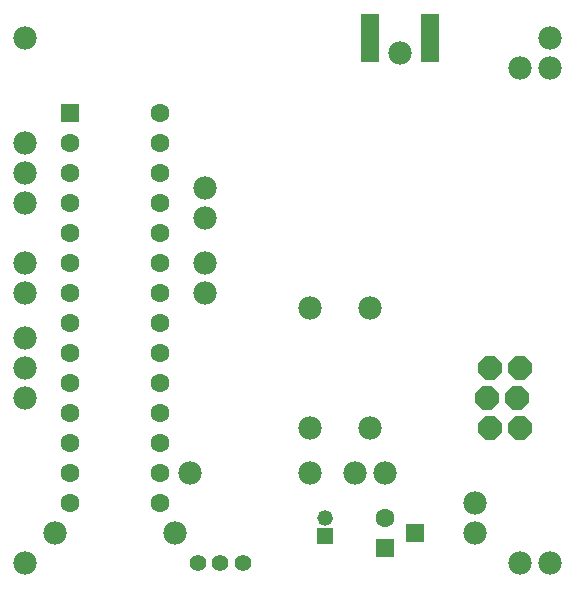
<source format=gbs>
G75*
G70*
%OFA0B0*%
%FSLAX24Y24*%
%IPPOS*%
%LPD*%
%AMOC8*
5,1,8,0,0,1.08239X$1,22.5*
%
%ADD10C,0.0555*%
%ADD11OC8,0.0780*%
%ADD12R,0.0640X0.1640*%
%ADD13C,0.0780*%
%ADD14R,0.0630X0.0630*%
%ADD15C,0.0630*%
%ADD16R,0.0520X0.0520*%
%ADD17C,0.0520*%
D10*
X007430Y002180D03*
X008180Y002180D03*
X008930Y002180D03*
D11*
X017080Y007680D03*
X017180Y006680D03*
X018080Y007680D03*
X018180Y006680D03*
X018180Y008680D03*
X017180Y008680D03*
D12*
X015180Y019680D03*
X013180Y019680D03*
D13*
X001680Y002180D03*
X002680Y003180D03*
X006680Y003180D03*
X007180Y005180D03*
X011180Y005180D03*
X011180Y006680D03*
X012680Y005180D03*
X013680Y005180D03*
X013180Y006680D03*
X016680Y004180D03*
X016680Y003180D03*
X018180Y002180D03*
X019180Y002180D03*
X013180Y010680D03*
X011180Y010680D03*
X007680Y011180D03*
X007680Y012180D03*
X007680Y013680D03*
X007680Y014680D03*
X001680Y014180D03*
X001680Y015180D03*
X001680Y016180D03*
X001680Y019680D03*
X001680Y012180D03*
X001680Y011180D03*
X001680Y009680D03*
X001680Y008680D03*
X001680Y007680D03*
X014180Y019180D03*
X018180Y018680D03*
X019180Y018680D03*
X019180Y019680D03*
D14*
X003180Y017180D03*
X014680Y003180D03*
X013680Y002680D03*
D15*
X013680Y003680D03*
X006180Y004180D03*
X006180Y005180D03*
X006180Y006180D03*
X006180Y007180D03*
X006180Y008180D03*
X006180Y009180D03*
X006180Y010180D03*
X006180Y011180D03*
X006180Y012180D03*
X006180Y013180D03*
X006180Y014180D03*
X006180Y015180D03*
X006180Y016180D03*
X006180Y017180D03*
X003180Y016180D03*
X003180Y015180D03*
X003180Y014180D03*
X003180Y013180D03*
X003180Y012180D03*
X003180Y011180D03*
X003180Y010180D03*
X003180Y009180D03*
X003180Y008180D03*
X003180Y007180D03*
X003180Y006180D03*
X003180Y005180D03*
X003180Y004180D03*
D16*
X011680Y003090D03*
D17*
X011680Y003680D03*
M02*

</source>
